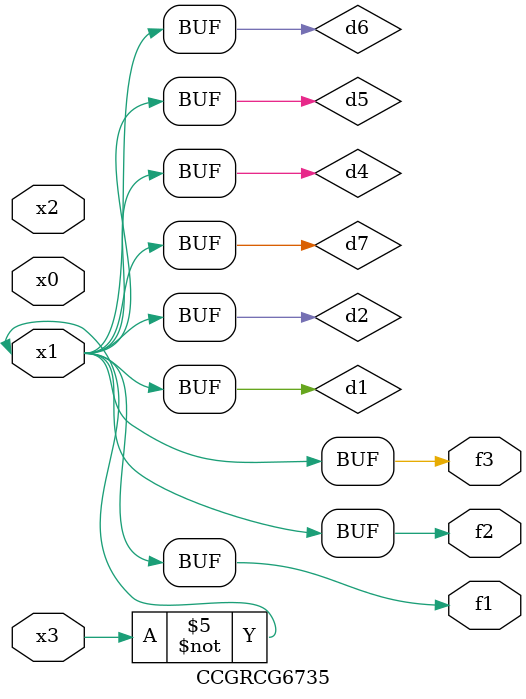
<source format=v>
module CCGRCG6735(
	input x0, x1, x2, x3,
	output f1, f2, f3
);

	wire d1, d2, d3, d4, d5, d6, d7;

	not (d1, x3);
	buf (d2, x1);
	xnor (d3, d1, d2);
	nor (d4, d1);
	buf (d5, d1, d2);
	buf (d6, d4, d5);
	nand (d7, d4);
	assign f1 = d6;
	assign f2 = d7;
	assign f3 = d6;
endmodule

</source>
